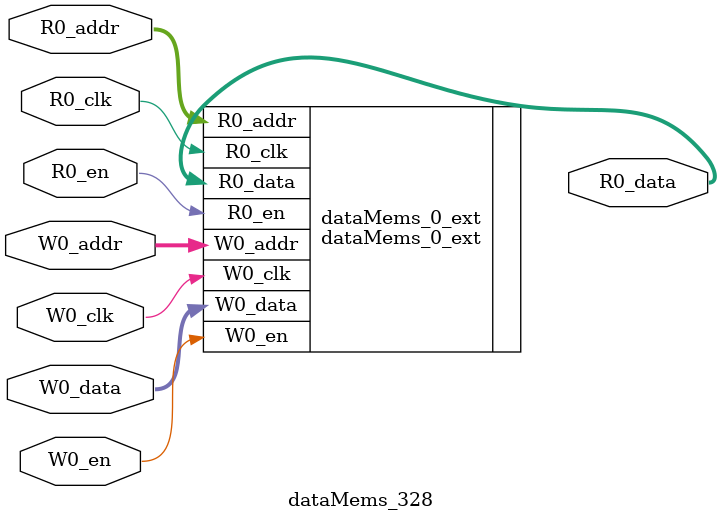
<source format=sv>
`ifndef RANDOMIZE
  `ifdef RANDOMIZE_REG_INIT
    `define RANDOMIZE
  `endif // RANDOMIZE_REG_INIT
`endif // not def RANDOMIZE
`ifndef RANDOMIZE
  `ifdef RANDOMIZE_MEM_INIT
    `define RANDOMIZE
  `endif // RANDOMIZE_MEM_INIT
`endif // not def RANDOMIZE

`ifndef RANDOM
  `define RANDOM $random
`endif // not def RANDOM

// Users can define 'PRINTF_COND' to add an extra gate to prints.
`ifndef PRINTF_COND_
  `ifdef PRINTF_COND
    `define PRINTF_COND_ (`PRINTF_COND)
  `else  // PRINTF_COND
    `define PRINTF_COND_ 1
  `endif // PRINTF_COND
`endif // not def PRINTF_COND_

// Users can define 'ASSERT_VERBOSE_COND' to add an extra gate to assert error printing.
`ifndef ASSERT_VERBOSE_COND_
  `ifdef ASSERT_VERBOSE_COND
    `define ASSERT_VERBOSE_COND_ (`ASSERT_VERBOSE_COND)
  `else  // ASSERT_VERBOSE_COND
    `define ASSERT_VERBOSE_COND_ 1
  `endif // ASSERT_VERBOSE_COND
`endif // not def ASSERT_VERBOSE_COND_

// Users can define 'STOP_COND' to add an extra gate to stop conditions.
`ifndef STOP_COND_
  `ifdef STOP_COND
    `define STOP_COND_ (`STOP_COND)
  `else  // STOP_COND
    `define STOP_COND_ 1
  `endif // STOP_COND
`endif // not def STOP_COND_

// Users can define INIT_RANDOM as general code that gets injected into the
// initializer block for modules with registers.
`ifndef INIT_RANDOM
  `define INIT_RANDOM
`endif // not def INIT_RANDOM

// If using random initialization, you can also define RANDOMIZE_DELAY to
// customize the delay used, otherwise 0.002 is used.
`ifndef RANDOMIZE_DELAY
  `define RANDOMIZE_DELAY 0.002
`endif // not def RANDOMIZE_DELAY

// Define INIT_RANDOM_PROLOG_ for use in our modules below.
`ifndef INIT_RANDOM_PROLOG_
  `ifdef RANDOMIZE
    `ifdef VERILATOR
      `define INIT_RANDOM_PROLOG_ `INIT_RANDOM
    `else  // VERILATOR
      `define INIT_RANDOM_PROLOG_ `INIT_RANDOM #`RANDOMIZE_DELAY begin end
    `endif // VERILATOR
  `else  // RANDOMIZE
    `define INIT_RANDOM_PROLOG_
  `endif // RANDOMIZE
`endif // not def INIT_RANDOM_PROLOG_

// Include register initializers in init blocks unless synthesis is set
`ifndef SYNTHESIS
  `ifndef ENABLE_INITIAL_REG_
    `define ENABLE_INITIAL_REG_
  `endif // not def ENABLE_INITIAL_REG_
`endif // not def SYNTHESIS

// Include rmemory initializers in init blocks unless synthesis is set
`ifndef SYNTHESIS
  `ifndef ENABLE_INITIAL_MEM_
    `define ENABLE_INITIAL_MEM_
  `endif // not def ENABLE_INITIAL_MEM_
`endif // not def SYNTHESIS

module dataMems_328(	// @[generators/ara/src/main/scala/UnsafeAXI4ToTL.scala:365:62]
  input  [4:0]  R0_addr,
  input         R0_en,
  input         R0_clk,
  output [66:0] R0_data,
  input  [4:0]  W0_addr,
  input         W0_en,
  input         W0_clk,
  input  [66:0] W0_data
);

  dataMems_0_ext dataMems_0_ext (	// @[generators/ara/src/main/scala/UnsafeAXI4ToTL.scala:365:62]
    .R0_addr (R0_addr),
    .R0_en   (R0_en),
    .R0_clk  (R0_clk),
    .R0_data (R0_data),
    .W0_addr (W0_addr),
    .W0_en   (W0_en),
    .W0_clk  (W0_clk),
    .W0_data (W0_data)
  );
endmodule


</source>
